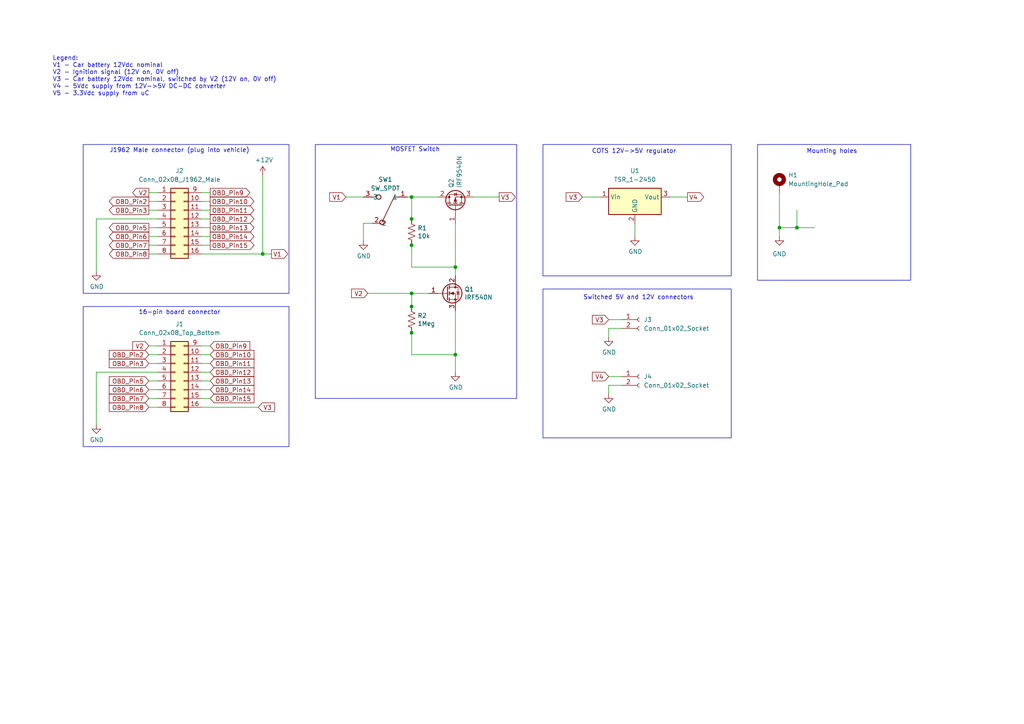
<source format=kicad_sch>
(kicad_sch (version 20231120) (generator "eeschema") (generator_version "8.0")
  (paper "A4")
  (lib_symbols
    (symbol "Connector:Conn_01x02_Socket" (pin_names (offset 1.016) hide)
      (property "Reference" "J" (at 0 2.54 0))
      (property "Value" "Conn_01x02_Socket" (at 0 -5.08 0))
      (symbol "Conn_01x02_Socket_1_1"
        (arc (start 0 -2.032) (mid -0.5058 -2.54) (end 0 -3.048) (stroke (width 0.1524)))
        (polyline (pts (xy -1.27 -2.54) (xy -0.508 -2.54)) (stroke (width 0.1524)))
        (polyline (pts (xy -1.27 0) (xy -0.508 0)) (stroke (width 0.1524)))
        (arc (start 0 0.508) (mid -0.5058 0) (end 0 -0.508) (stroke (width 0.1524)))
        (pin passive line (at -5.08 0 0) (length 3.81) (name "Pin_1") (number "1"))
        (pin passive line (at -5.08 -2.54 0) (length 3.81) (name "Pin_2") (number "2"))
      )
    )
    (symbol "Connector_Generic:Conn_02x08_Top_Bottom" (pin_names (offset 1.016) hide)
      (property "Reference" "J" (at 1.27 10.16 0))
      (property "Value" "Conn_02x08_Top_Bottom" (at 1.27 -12.7 0))
      (symbol "Conn_02x08_Top_Bottom_1_1"
        (rectangle (start -1.27 -10.033) (end 0 -10.287) (stroke (width 0.1524)))
        (rectangle (start -1.27 -7.493) (end 0 -7.747) (stroke (width 0.1524)))
        (rectangle (start -1.27 -4.953) (end 0 -5.207) (stroke (width 0.1524)))
        (rectangle (start -1.27 -2.413) (end 0 -2.667) (stroke (width 0.1524)))
        (rectangle (start -1.27 0.127) (end 0 -0.127) (stroke (width 0.1524)))
        (rectangle (start -1.27 2.667) (end 0 2.413) (stroke (width 0.1524)))
        (rectangle (start -1.27 5.207) (end 0 4.953) (stroke (width 0.1524)))
        (rectangle (start -1.27 7.747) (end 0 7.493) (stroke (width 0.1524)))
        (rectangle (start -1.27 8.89) (end 3.81 -11.43) (stroke (width 0.254)) (fill (type background)))
        (rectangle (start 3.81 -10.033) (end 2.54 -10.287) (stroke (width 0.1524)))
        (rectangle (start 3.81 -7.493) (end 2.54 -7.747) (stroke (width 0.1524)))
        (rectangle (start 3.81 -4.953) (end 2.54 -5.207) (stroke (width 0.1524)))
        (rectangle (start 3.81 -2.413) (end 2.54 -2.667) (stroke (width 0.1524)))
        (rectangle (start 3.81 0.127) (end 2.54 -0.127) (stroke (width 0.1524)))
        (rectangle (start 3.81 2.667) (end 2.54 2.413) (stroke (width 0.1524)))
        (rectangle (start 3.81 5.207) (end 2.54 4.953) (stroke (width 0.1524)))
        (rectangle (start 3.81 7.747) (end 2.54 7.493) (stroke (width 0.1524)))
        (pin passive line (at -5.08 7.62 0) (length 3.81) (name "Pin_1") (number "1"))
        (pin passive line (at 7.62 5.08 180) (length 3.81) (name "Pin_10") (number "10"))
        (pin passive line (at 7.62 2.54 180) (length 3.81) (name "Pin_11") (number "11"))
        (pin passive line (at 7.62 0 180) (length 3.81) (name "Pin_12") (number "12"))
        (pin passive line (at 7.62 -2.54 180) (length 3.81) (name "Pin_13") (number "13"))
        (pin passive line (at 7.62 -5.08 180) (length 3.81) (name "Pin_14") (number "14"))
        (pin passive line (at 7.62 -7.62 180) (length 3.81) (name "Pin_15") (number "15"))
        (pin passive line (at 7.62 -10.16 180) (length 3.81) (name "Pin_16") (number "16"))
        (pin passive line (at -5.08 5.08 0) (length 3.81) (name "Pin_2") (number "2"))
        (pin passive line (at -5.08 2.54 0) (length 3.81) (name "Pin_3") (number "3"))
        (pin passive line (at -5.08 0 0) (length 3.81) (name "Pin_4") (number "4"))
        (pin passive line (at -5.08 -2.54 0) (length 3.81) (name "Pin_5") (number "5"))
        (pin passive line (at -5.08 -5.08 0) (length 3.81) (name "Pin_6") (number "6"))
        (pin passive line (at -5.08 -7.62 0) (length 3.81) (name "Pin_7") (number "7"))
        (pin passive line (at -5.08 -10.16 0) (length 3.81) (name "Pin_8") (number "8"))
        (pin passive line (at 7.62 7.62 180) (length 3.81) (name "Pin_9") (number "9"))
      )
    )
    (symbol "Device:R_US" (pin_numbers hide) (pin_names (offset 0))
      (property "Reference" "R" (at 2.54 0 90))
      (property "Value" "R_US" (at -2.54 0 90))
      (symbol "R_US_0_1"
        (polyline (pts (xy 0 -2.286) (xy 0 -2.54)))
        (polyline (pts (xy 0 2.286) (xy 0 2.54)))
        (polyline (pts (xy 0 -0.762) (xy 1.016 -1.143) (xy 0 -1.524) (xy -1.016 -1.905) (xy 0 -2.286)))
        (polyline (pts (xy 0 0.762) (xy 1.016 0.381) (xy 0 0) (xy -1.016 -0.381) (xy 0 -0.762)))
        (polyline (pts (xy 0 2.286) (xy 1.016 1.905) (xy 0 1.524) (xy -1.016 1.143) (xy 0 0.762)))
      )
      (symbol "R_US_1_1"
        (pin passive line (at 0 3.81 270) (length 1.27) (name "~") (number "1"))
        (pin passive line (at 0 -3.81 90) (length 1.27) (name "~") (number "2"))
      )
    )
    (symbol "J1962_conn:Conn_02x08_J1962_Male" (pin_names (offset 1.016) hide)
      (property "Reference" "J" (at 1.27 10.16 0))
      (property "Value" "Conn_02x08_J1962_Male" (at 1.27 -12.7 0))
      (symbol "Conn_02x08_J1962_Male_1_1"
        (rectangle (start -1.27 -10.033) (end 0 -10.287) (stroke (width 0.1524)))
        (rectangle (start -1.27 -7.493) (end 0 -7.747) (stroke (width 0.1524)))
        (rectangle (start -1.27 -4.953) (end 0 -5.207) (stroke (width 0.1524)))
        (rectangle (start -1.27 -2.413) (end 0 -2.667) (stroke (width 0.1524)))
        (rectangle (start -1.27 0.127) (end 0 -0.127) (stroke (width 0.1524)))
        (rectangle (start -1.27 2.667) (end 0 2.413) (stroke (width 0.1524)))
        (rectangle (start -1.27 5.207) (end 0 4.953) (stroke (width 0.1524)))
        (rectangle (start -1.27 7.747) (end 0 7.493) (stroke (width 0.1524)))
        (rectangle (start -1.27 8.89) (end 3.81 -11.43) (stroke (width 0.254)) (fill (type background)))
        (rectangle (start 3.81 -10.033) (end 2.54 -10.287) (stroke (width 0.1524)))
        (rectangle (start 3.81 -7.493) (end 2.54 -7.747) (stroke (width 0.1524)))
        (rectangle (start 3.81 -4.953) (end 2.54 -5.207) (stroke (width 0.1524)))
        (rectangle (start 3.81 -2.413) (end 2.54 -2.667) (stroke (width 0.1524)))
        (rectangle (start 3.81 0.127) (end 2.54 -0.127) (stroke (width 0.1524)))
        (rectangle (start 3.81 2.667) (end 2.54 2.413) (stroke (width 0.1524)))
        (rectangle (start 3.81 5.207) (end 2.54 4.953) (stroke (width 0.1524)))
        (rectangle (start 3.81 7.747) (end 2.54 7.493) (stroke (width 0.1524)))
        (pin passive line (at -5.08 7.62 0) (length 3.81) (name "Pin_1") (number "1"))
        (pin passive line (at 7.62 5.08 180) (length 3.81) (name "Pin_10") (number "10"))
        (pin passive line (at 7.62 2.54 180) (length 3.81) (name "Pin_11") (number "11"))
        (pin passive line (at 7.62 0 180) (length 3.81) (name "Pin_12") (number "12"))
        (pin passive line (at 7.62 -2.54 180) (length 3.81) (name "Pin_13") (number "13"))
        (pin passive line (at 7.62 -5.08 180) (length 3.81) (name "Pin_14") (number "14"))
        (pin passive line (at 7.62 -7.62 180) (length 3.81) (name "Pin_15") (number "15"))
        (pin passive line (at 7.62 -10.16 180) (length 3.81) (name "Pin_16") (number "16"))
        (pin passive line (at -5.08 5.08 0) (length 3.81) (name "Pin_2") (number "2"))
        (pin passive line (at -5.08 2.54 0) (length 3.81) (name "Pin_3") (number "3"))
        (pin passive line (at -5.08 0 0) (length 3.81) (name "Pin_4") (number "4"))
        (pin passive line (at -5.08 -2.54 0) (length 3.81) (name "Pin_5") (number "5"))
        (pin passive line (at -5.08 -5.08 0) (length 3.81) (name "Pin_6") (number "6"))
        (pin passive line (at -5.08 -7.62 0) (length 3.81) (name "Pin_7") (number "7"))
        (pin passive line (at -5.08 -10.16 0) (length 3.81) (name "Pin_8") (number "8"))
        (pin passive line (at 7.62 7.62 180) (length 3.81) (name "Pin_9") (number "9"))
      )
    )
    (symbol "Main-board-rescue:+12V-power" (power) (pin_names (offset 0))
      (property "Value" "power_+12V" (at 0 3.556 0))
      (symbol "+12V-power_0_1"
        (polyline (pts (xy -0.762 1.27) (xy 0 2.54)))
        (polyline (pts (xy 0 0) (xy 0 2.54)))
        (polyline (pts (xy 0 2.54) (xy 0.762 1.27)))
      )
      (symbol "+12V-power_1_1"
        (pin power_in line (at 0 0 90) (length 0) hide (name "+12V") (number "1"))
      )
    )
    (symbol "Main-board-rescue:GND-power" (power) (pin_names (offset 0))
      (property "Value" "power_GND" (at 0 -3.81 0))
      (symbol "GND-power_0_1"
        (polyline (pts (xy 0 0) (xy 0 -1.27) (xy 1.27 -1.27) (xy 0 -2.54) (xy -1.27 -1.27) (xy 0 -1.27)))
      )
      (symbol "GND-power_1_1"
        (pin power_in line (at 0 0 270) (length 0) hide (name "GND") (number "1"))
      )
    )
    (symbol "Mechanical:MountingHole_Pad" (pin_numbers hide) (pin_names (offset 1.016) hide) (exclude_from_sim yes) (in_bom no)
      (property "Reference" "H" (at 0 6.35 0))
      (property "Value" "MountingHole_Pad" (at 0 4.445 0))
      (symbol "MountingHole_Pad_0_1"
        (circle (center 0 1.27) (radius 1.27) (stroke (width 1.27)))
      )
      (symbol "MountingHole_Pad_1_1"
        (pin input line (at 0 -2.54 90) (length 2.54) (name "1") (number "1"))
      )
    )
    (symbol "Regulator_Switching:TSR_1-2450"
      (property "Reference" "U" (at -7.62 6.35 0))
      (property "Value" "TSR_1-2450" (at -1.27 6.35 0))
      (symbol "TSR_1-2450_0_1"
        (rectangle (start -7.62 5.08) (end 7.62 -2.54) (stroke (width 0.254)) (fill (type background)))
      )
      (symbol "TSR_1-2450_1_1"
        (pin power_in line (at -10.16 2.54 0) (length 2.54) (name "Vin") (number "1"))
        (pin power_in line (at 0 -5.08 90) (length 2.54) (name "GND") (number "2"))
        (pin power_out line (at 10.16 2.54 180) (length 2.54) (name "Vout") (number "3"))
      )
    )
    (symbol "Switch:EG1218" (pin_names (offset 0.254))
      (property "Reference" "SW" (at 7.62 15.24 0))
      (property "Value" "EG1218" (at 0 0 0))
      (symbol "EG1218_0_1"
        (polyline (pts (xy 2.54 0) (xy 3.81 0)) (stroke (width 0.2032)))
        (polyline (pts (xy 7.3251 7.3251) (xy 3.81 0)) (stroke (width 0.2032)))
        (polyline (pts (xy 10.16 0) (xy 8.89 0)) (stroke (width 0.2032)))
        (circle (center 7.3251 7.3251) (radius 0.635) (stroke (width 0.254)))
        (circle (center 8.255 0) (radius 0.635) (stroke (width 0.254)))
        (pin unspecified line (at 0 0 0) (length 2.54) (name "1") (number "1"))
        (pin unspecified line (at 10.16 7.62 180) (length 2.54) (name "2") (number "2"))
        (pin unspecified line (at 12.7 0 180) (length 2.54) (name "3") (number "3"))
      )
    )
    (symbol "Transistor_FET:IRF540N" (pin_names hide)
      (property "Reference" "Q" (at 5.08 1.905 0))
      (property "Value" "IRF540N" (at 5.08 0 0))
      (symbol "IRF540N_0_1"
        (polyline (pts (xy 0.254 0) (xy -2.54 0)))
        (polyline (pts (xy 0.254 1.905) (xy 0.254 -1.905)) (stroke (width 0.254)))
        (polyline (pts (xy 0.762 -1.27) (xy 0.762 -2.286)) (stroke (width 0.254)))
        (polyline (pts (xy 0.762 0.508) (xy 0.762 -0.508)) (stroke (width 0.254)))
        (polyline (pts (xy 0.762 2.286) (xy 0.762 1.27)) (stroke (width 0.254)))
        (polyline (pts (xy 2.54 2.54) (xy 2.54 1.778)))
        (polyline (pts (xy 2.54 -2.54) (xy 2.54 0) (xy 0.762 0)))
        (polyline (pts (xy 0.762 -1.778) (xy 3.302 -1.778) (xy 3.302 1.778) (xy 0.762 1.778)))
        (polyline (pts (xy 1.016 0) (xy 2.032 0.381) (xy 2.032 -0.381) (xy 1.016 0)) (fill (type outline)))
        (polyline (pts (xy 2.794 0.508) (xy 2.921 0.381) (xy 3.683 0.381) (xy 3.81 0.254)))
        (polyline (pts (xy 3.302 0.381) (xy 2.921 -0.254) (xy 3.683 -0.254) (xy 3.302 0.381)))
        (circle (center 1.651 0) (radius 2.794) (stroke (width 0.254)))
        (circle (center 2.54 -1.778) (radius 0.254) (fill (type outline)))
        (circle (center 2.54 1.778) (radius 0.254) (fill (type outline)))
      )
      (symbol "IRF540N_1_1"
        (pin input line (at -5.08 0 0) (length 2.54) (name "G") (number "1"))
        (pin passive line (at 2.54 5.08 270) (length 2.54) (name "D") (number "2"))
        (pin passive line (at 2.54 -5.08 90) (length 2.54) (name "S") (number "3"))
      )
    )
    (symbol "Transistor_FET:IRF9540N" (pin_names hide)
      (property "Reference" "Q" (at 5.08 1.905 0))
      (property "Value" "IRF9540N" (at 5.08 0 0))
      (symbol "IRF9540N_0_1"
        (polyline (pts (xy 0.254 0) (xy -2.54 0)))
        (polyline (pts (xy 0.254 1.905) (xy 0.254 -1.905)) (stroke (width 0.254)))
        (polyline (pts (xy 0.762 -1.27) (xy 0.762 -2.286)) (stroke (width 0.254)))
        (polyline (pts (xy 0.762 0.508) (xy 0.762 -0.508)) (stroke (width 0.254)))
        (polyline (pts (xy 0.762 2.286) (xy 0.762 1.27)) (stroke (width 0.254)))
        (polyline (pts (xy 2.54 2.54) (xy 2.54 1.778)))
        (polyline (pts (xy 2.54 -2.54) (xy 2.54 0) (xy 0.762 0)))
        (polyline (pts (xy 0.762 1.778) (xy 3.302 1.778) (xy 3.302 -1.778) (xy 0.762 -1.778)))
        (polyline (pts (xy 2.286 0) (xy 1.27 0.381) (xy 1.27 -0.381) (xy 2.286 0)) (fill (type outline)))
        (polyline (pts (xy 2.794 -0.508) (xy 2.921 -0.381) (xy 3.683 -0.381) (xy 3.81 -0.254)))
        (polyline (pts (xy 3.302 -0.381) (xy 2.921 0.254) (xy 3.683 0.254) (xy 3.302 -0.381)))
        (circle (center 1.651 0) (radius 2.794) (stroke (width 0.254)))
        (circle (center 2.54 -1.778) (radius 0.254) (fill (type outline)))
        (circle (center 2.54 1.778) (radius 0.254) (fill (type outline)))
      )
      (symbol "IRF9540N_1_1"
        (pin input line (at -5.08 0 0) (length 2.54) (name "G") (number "1"))
        (pin passive line (at 2.54 5.08 270) (length 2.54) (name "D") (number "2"))
        (pin passive line (at 2.54 -5.08 90) (length 2.54) (name "S") (number "3"))
      )
    )
    (symbol "power:GND" (power) (pin_numbers hide) (pin_names (offset 0) hide)
      (property "Value" "GND" (at 0 -3.81 0))
      (symbol "GND_0_1"
        (polyline (pts (xy 0 0) (xy 0 -1.27) (xy 1.27 -1.27) (xy 0 -2.54) (xy -1.27 -1.27) (xy 0 -1.27)))
      )
      (symbol "GND_1_1"
        (pin power_in line (at 0 0 270) (length 0) (name "~") (number "1"))
      )
    )
  )
  (junction (at 231.14 66.04))
  (junction (at 119.38 57.15))
  (junction (at 119.38 63.5))
  (junction (at 119.38 96.52))
  (junction (at 119.38 71.12))
  (junction (at 119.38 88.9))
  (junction (at 76.2 73.66))
  (junction (at 119.38 85.09))
  (junction (at 132.08 102.87))
  (junction (at 226.06 66.04))
  (junction (at 132.08 77.47))
  (wire (pts (xy 119.38 95.25) (xy 119.38 96.52)))
  (wire (pts (xy 176.53 111.76) (xy 180.34 111.76)))
  (wire (pts (xy 176.53 95.25) (xy 180.34 95.25)))
  (wire (pts (xy 76.2 50.8) (xy 76.2 73.66)))
  (wire (pts (xy 176.53 114.3) (xy 176.53 111.76)))
  (wire (pts (xy 236.22 66.04) (xy 231.14 66.04)))
  (wire (pts (xy 60.96 107.95) (xy 58.42 107.95)))
  (wire (pts (xy 119.38 85.09) (xy 119.38 88.9)))
  (wire (pts (xy 60.96 71.12) (xy 58.42 71.12)))
  (wire (pts (xy 127 57.15) (xy 119.38 57.15)))
  (wire (pts (xy 58.42 73.66) (xy 76.2 73.66)))
  (wire (pts (xy 27.94 107.95) (xy 45.72 107.95)))
  (wire (pts (xy 60.96 58.42) (xy 58.42 58.42)))
  (wire (pts (xy 60.96 105.41) (xy 58.42 105.41)))
  (wire (pts (xy 119.38 57.15) (xy 118.11 57.15)))
  (wire (pts (xy 27.94 63.5) (xy 27.94 78.74)))
  (wire (pts (xy 119.38 57.15) (xy 119.38 63.5)))
  (wire (pts (xy 194.31 57.15) (xy 199.39 57.15)))
  (wire (pts (xy 119.38 96.52) (xy 119.38 102.87)))
  (wire (pts (xy 45.72 55.88) (xy 43.18 55.88)))
  (wire (pts (xy 119.38 69.85) (xy 119.38 71.12)))
  (wire (pts (xy 45.72 73.66) (xy 43.18 73.66)))
  (wire (pts (xy 60.96 66.04) (xy 58.42 66.04)))
  (wire (pts (xy 58.42 115.57) (xy 60.96 115.57)))
  (wire (pts (xy 43.18 102.87) (xy 45.72 102.87)))
  (wire (pts (xy 45.72 68.58) (xy 43.18 68.58)))
  (wire (pts (xy 119.38 85.09) (xy 124.46 85.09)))
  (wire (pts (xy 45.72 60.96) (xy 43.18 60.96)))
  (wire (pts (xy 27.94 107.95) (xy 27.94 123.19)))
  (wire (pts (xy 76.2 73.66) (xy 78.74 73.66)))
  (wire (pts (xy 132.08 77.47) (xy 132.08 64.77)))
  (wire (pts (xy 27.94 63.5) (xy 45.72 63.5)))
  (wire (pts (xy 119.38 71.12) (xy 119.38 77.47)))
  (wire (pts (xy 119.38 85.09) (xy 106.68 85.09)))
  (wire (pts (xy 43.18 105.41) (xy 45.72 105.41)))
  (wire (pts (xy 119.38 63.5) (xy 119.38 64.77)))
  (wire (pts (xy 60.96 113.03) (xy 58.42 113.03)))
  (wire (pts (xy 60.96 55.88) (xy 58.42 55.88)))
  (wire (pts (xy 231.14 66.04) (xy 226.06 66.04)))
  (wire (pts (xy 45.72 58.42) (xy 43.18 58.42)))
  (wire (pts (xy 132.08 77.47) (xy 132.08 80.01)))
  (wire (pts (xy 45.72 71.12) (xy 43.18 71.12)))
  (wire (pts (xy 176.53 97.79) (xy 176.53 95.25)))
  (wire (pts (xy 105.41 64.77) (xy 107.95 64.77)))
  (wire (pts (xy 43.18 113.03) (xy 45.72 113.03)))
  (wire (pts (xy 119.38 102.87) (xy 132.08 102.87)))
  (wire (pts (xy 119.38 88.9) (xy 119.38 90.17)))
  (wire (pts (xy 43.18 110.49) (xy 45.72 110.49)))
  (wire (pts (xy 45.72 66.04) (xy 43.18 66.04)))
  (wire (pts (xy 43.18 115.57) (xy 45.72 115.57)))
  (wire (pts (xy 144.78 57.15) (xy 137.16 57.15)))
  (wire (pts (xy 43.18 118.11) (xy 45.72 118.11)))
  (wire (pts (xy 119.38 77.47) (xy 132.08 77.47)))
  (wire (pts (xy 226.06 66.04) (xy 226.06 55.88)))
  (wire (pts (xy 132.08 90.17) (xy 132.08 102.87)))
  (wire (pts (xy 60.96 63.5) (xy 58.42 63.5)))
  (wire (pts (xy 60.96 68.58) (xy 58.42 68.58)))
  (wire (pts (xy 184.15 64.77) (xy 184.15 68.58)))
  (wire (pts (xy 100.33 57.15) (xy 105.41 57.15)))
  (wire (pts (xy 226.06 66.04) (xy 226.06 68.58)))
  (wire (pts (xy 176.53 109.22) (xy 180.34 109.22)))
  (wire (pts (xy 58.42 118.11) (xy 74.93 118.11)))
  (wire (pts (xy 60.96 60.96) (xy 58.42 60.96)))
  (wire (pts (xy 60.96 102.87) (xy 58.42 102.87)))
  (wire (pts (xy 176.53 92.71) (xy 180.34 92.71)))
  (wire (pts (xy 60.96 110.49) (xy 58.42 110.49)))
  (wire (pts (xy 43.18 100.33) (xy 45.72 100.33)))
  (wire (pts (xy 168.91 57.15) (xy 173.99 57.15)))
  (wire (pts (xy 60.96 100.33) (xy 58.42 100.33)))
  (wire (pts (xy 132.08 102.87) (xy 132.08 107.95)))
  (wire (pts (xy 231.14 66.04) (xy 231.14 60.96)))
  (wire (pts (xy 105.41 64.77) (xy 105.41 69.85)))
  (rectangle (start 219.71 41.91) (end 264.16 81.28))
  (rectangle (start 24.13 41.91) (end 83.82 85.09))
  (rectangle (start 157.48 83.82) (end 212.09 127))
  (rectangle (start 91.44 41.91) (end 149.86 115.57))
  (rectangle (start 157.48 41.91) (end 212.09 80.01))
  (rectangle (start 24.13 88.9) (end 83.82 129.54))
  (text "COTS 12V->5V regulator" (at 183.896 43.942 0) (effects (font (size 1.27 1.27))))
  (text "MOSFET Switch" (at 120.396 43.434 0) (effects (font (size 1.27 1.27))))
  (text "Switched 5V and 12V connectors" (at 185.166 86.36 0) (effects (font (size 1.27 1.27))))
  (text "J1962 Male connector (plug into vehicle)" (at 52.07 43.688 0) (effects (font (size 1.27 1.27))))
  (text "Legend:\nV1 - Car battery 12Vdc nominal\nV2 - Ignition signal (12V on, 0V off)\nV3 - Car battery 12Vdc nominal, switched by V2 (12V on, 0V off)\nV4 - 5Vdc supply from 12V->5V DC-DC converter\nV5 - 3.3Vdc supply from uC" (at 15.24 27.94 0) (effects (font (size 1.27 1.27)) (justify left bottom)))
  (text "Mounting holes" (at 241.3 43.942 0) (effects (font (size 1.27 1.27))))
  (text "16-pin board connector" (at 52.07 90.678 0) (effects (font (size 1.27 1.27))))
  (global_label "V2" (shape input) (at 106.68 85.09 180) (property "Intersheetrefs" "${INTERSHEET_REFS}" (effects (hide yes))))
  (global_label "OBD_Pin2" (shape output) (at 43.18 58.42 180) (property "Intersheetrefs" "${INTERSHEET_REFS}" (effects (hide yes))))
  (global_label "V3" (shape input) (at 168.91 57.15 180) (property "Intersheetrefs" "${INTERSHEET_REFS}" (effects (hide yes))))
  (global_label "OBD_Pin12" (shape output) (at 60.96 63.5 0) (property "Intersheetrefs" "${INTERSHEET_REFS}" (effects (hide yes))))
  (global_label "V3" (shape output) (at 144.78 57.15 0) (property "Intersheetrefs" "${INTERSHEET_REFS}" (effects (hide yes))))
  (global_label "V4" (shape input) (at 176.53 109.22 180) (property "Intersheetrefs" "${INTERSHEET_REFS}" (effects (hide yes))))
  (global_label "V4" (shape output) (at 199.39 57.15 0) (property "Intersheetrefs" "${INTERSHEET_REFS}" (effects (hide yes))))
  (global_label "V1" (shape output) (at 78.74 73.66 0) (property "Intersheetrefs" "${INTERSHEET_REFS}" (effects (hide yes))))
  (global_label "OBD_Pin14" (shape output) (at 60.96 68.58 0) (property "Intersheetrefs" "${INTERSHEET_REFS}" (effects (hide yes))))
  (global_label "OBD_Pin6" (shape input) (at 43.18 113.03 180) (property "Intersheetrefs" "${INTERSHEET_REFS}" (effects (hide yes))))
  (global_label "V3" (shape input) (at 74.93 118.11 0) (property "Intersheetrefs" "${INTERSHEET_REFS}" (effects (hide yes))))
  (global_label "OBD_Pin9" (shape output) (at 60.96 55.88 0) (property "Intersheetrefs" "${INTERSHEET_REFS}" (effects (hide yes))))
  (global_label "OBD_Pin13" (shape input) (at 60.96 110.49 0) (property "Intersheetrefs" "${INTERSHEET_REFS}" (effects (hide yes))))
  (global_label "OBD_Pin3" (shape output) (at 43.18 60.96 180) (property "Intersheetrefs" "${INTERSHEET_REFS}" (effects (hide yes))))
  (global_label "OBD_Pin13" (shape output) (at 60.96 66.04 0) (property "Intersheetrefs" "${INTERSHEET_REFS}" (effects (hide yes))))
  (global_label "OBD_Pin12" (shape input) (at 60.96 107.95 0) (property "Intersheetrefs" "${INTERSHEET_REFS}" (effects (hide yes))))
  (global_label "OBD_Pin15" (shape output) (at 60.96 71.12 0) (property "Intersheetrefs" "${INTERSHEET_REFS}" (effects (hide yes))))
  (global_label "OBD_Pin10" (shape output) (at 60.96 58.42 0) (property "Intersheetrefs" "${INTERSHEET_REFS}" (effects (hide yes))))
  (global_label "OBD_Pin9" (shape input) (at 60.96 100.33 0) (property "Intersheetrefs" "${INTERSHEET_REFS}" (effects (hide yes))))
  (global_label "V1" (shape input) (at 100.33 57.15 180) (property "Intersheetrefs" "${INTERSHEET_REFS}" (effects (hide yes))))
  (global_label "OBD_Pin15" (shape input) (at 60.96 115.57 0) (property "Intersheetrefs" "${INTERSHEET_REFS}" (effects (hide yes))))
  (global_label "OBD_Pin14" (shape input) (at 60.96 113.03 0) (property "Intersheetrefs" "${INTERSHEET_REFS}" (effects (hide yes))))
  (global_label "OBD_Pin7" (shape output) (at 43.18 71.12 180) (property "Intersheetrefs" "${INTERSHEET_REFS}" (effects (hide yes))))
  (global_label "OBD_Pin7" (shape input) (at 43.18 115.57 180) (property "Intersheetrefs" "${INTERSHEET_REFS}" (effects (hide yes))))
  (global_label "OBD_Pin8" (shape output) (at 43.18 73.66 180) (property "Intersheetrefs" "${INTERSHEET_REFS}" (effects (hide yes))))
  (global_label "V2" (shape input) (at 43.18 100.33 180) (property "Intersheetrefs" "${INTERSHEET_REFS}" (effects (hide yes))))
  (global_label "OBD_Pin10" (shape input) (at 60.96 102.87 0) (property "Intersheetrefs" "${INTERSHEET_REFS}" (effects (hide yes))))
  (global_label "OBD_Pin5" (shape input) (at 43.18 110.49 180) (property "Intersheetrefs" "${INTERSHEET_REFS}" (effects (hide yes))))
  (global_label "OBD_Pin2" (shape input) (at 43.18 102.87 180) (property "Intersheetrefs" "${INTERSHEET_REFS}" (effects (hide yes))))
  (global_label "OBD_Pin6" (shape output) (at 43.18 68.58 180) (property "Intersheetrefs" "${INTERSHEET_REFS}" (effects (hide yes))))
  (global_label "OBD_Pin8" (shape input) (at 43.18 118.11 180) (property "Intersheetrefs" "${INTERSHEET_REFS}" (effects (hide yes))))
  (global_label "OBD_Pin11" (shape input) (at 60.96 105.41 0) (property "Intersheetrefs" "${INTERSHEET_REFS}" (effects (hide yes))))
  (global_label "V3" (shape input) (at 176.53 92.71 180) (property "Intersheetrefs" "${INTERSHEET_REFS}" (effects (hide yes))))
  (global_label "V2" (shape output) (at 43.18 55.88 180) (property "Intersheetrefs" "${INTERSHEET_REFS}" (effects (hide yes))))
  (global_label "OBD_Pin3" (shape input) (at 43.18 105.41 180) (property "Intersheetrefs" "${INTERSHEET_REFS}" (effects (hide yes))))
  (global_label "OBD_Pin11" (shape output) (at 60.96 60.96 0) (property "Intersheetrefs" "${INTERSHEET_REFS}" (effects (hide yes))))
  (global_label "OBD_Pin5" (shape output) (at 43.18 66.04 180) (property "Intersheetrefs" "${INTERSHEET_REFS}" (effects (hide yes))))
  (symbol (lib_id "Transistor_FET:IRF540N") (at 129.54 85.09 0) (unit 1)
    (property "Reference" "Q1" (at 134.7216 83.9216 0) (effects (justify left)))
    (property "Value" "IRF540N" (at 134.7216 86.233 0) (effects (justify left)))
    (property "Footprint" "Package_TO_SOT_THT:TO-220-3_Vertical" (effects (hide yes)))
    (property "Datasheet" "http://www.irf.com/product-info/datasheets/data/irf540n.pdf" (effects (hide yes)))
  )
  (symbol (lib_id "Transistor_FET:IRF9540N") (at 132.08 59.69 90) (unit 1)
    (property "Reference" "Q2" (at 130.9116 54.5084 0) (effects (justify left)))
    (property "Value" "IRF9540N" (at 133.223 54.5084 0) (effects (justify left)))
    (property "Footprint" "Package_TO_SOT_THT:TO-220-3_Vertical" (effects (hide yes)))
    (property "Datasheet" "http://www.irf.com/product-info/datasheets/data/irf9540n.pdf" (effects (hide yes)))
  )
  (symbol (lib_id "Device:R_US") (at 119.38 67.31 180) (unit 1)
    (property "Reference" "R1" (at 121.1072 66.1416 0) (effects (justify right)))
    (property "Value" "10k" (at 121.1072 68.453 0) (effects (justify right)))
    (property "Footprint" "Resistor_THT:R_Axial_DIN0207_L6.3mm_D2.5mm_P10.16mm_Horizontal" (effects (hide yes)))
  )
  (symbol (lib_id "Device:R_US") (at 119.38 92.71 180) (unit 1)
    (property "Reference" "R2" (at 121.1072 91.5416 0) (effects (justify right)))
    (property "Value" "1Meg" (at 121.1072 93.853 0) (effects (justify right)))
    (property "Footprint" "Resistor_THT:R_Axial_DIN0207_L6.3mm_D2.5mm_P10.16mm_Horizontal" (effects (hide yes)))
  )
  (symbol (lib_id "Main-board-rescue:GND-power") (at 132.08 107.95 0) (unit 1)
    (property "Reference" "#PWR04" (effects (hide yes)))
    (property "Value" "GND" (at 132.207 112.3442 0))
  )
  (symbol (lib_id "Main-board-rescue:+12V-power") (at 76.2 50.8 0) (unit 1)
    (property "Reference" "#PWR03" (effects (hide yes)))
    (property "Value" "+12V" (at 76.581 46.4058 0))
  )
  (symbol (lib_id "Main-board-rescue:GND-power") (at 27.94 78.74 0) (unit 1)
    (property "Reference" "#PWR02" (effects (hide yes)))
    (property "Value" "GND" (at 28.067 83.1342 0))
  )
  (symbol (lib_id "J1962_conn:Conn_02x08_J1962_Male") (at 50.8 63.5 0) (unit 1)
    (property "Reference" "J2" (at 52.07 49.53 0))
    (property "Value" "Conn_02x08_J1962_Male" (at 52.07 52.07 0))
    (property "Footprint" "OBD_connectors:OBD-II_Male_Connector_Renumbered" (effects (hide yes)))
    (property "Description" "Generic connector, double row, 02x08, top/bottom pin numbering scheme (row 1: 1...pins_per_row, row2: pins_per_row+1 ... num_pins), script generated (kicad-library-utils/schlib/autogen/connector/)" (effects (hide yes)))
  )
  (symbol (lib_id "Switch:EG1218") (at 118.11 57.15 180) (unit 1)
    (property "Reference" "SW1" (at 111.76 52.07 0))
    (property "Value" "SW_SPDT" (at 111.76 54.61 0))
    (property "Footprint" "Button_Switch_THT:SW_1218_EWI" (effects (hide yes)))
    (property "Datasheet" "EG1218" (effects (hide yes)))
    (property "Description" "Switch, single pole double throw" (effects (hide yes)))
  )
  (symbol (lib_id "Regulator_Switching:TSR_1-2450") (at 184.15 59.69 0) (unit 1)
    (property "Reference" "U1" (at 184.15 49.53 0))
    (property "Value" "TSR_1-2450" (at 184.15 52.07 0))
    (property "Footprint" "Converter_DCDC:Converter_DCDC_TRACO_TSR-1_THT" (effects (hide yes)))
    (property "Datasheet" "http://www.tracopower.com/products/tsr1.pdf" (effects (hide yes)))
    (property "Description" "1A step-down regulator module, fixed 5V output voltage, 5-36V input voltage, -40°C to +85°C temperature range, TO-220 compatible LM78xx replacement" (effects (hide yes)))
  )
  (symbol (lib_id "Connector_Generic:Conn_02x08_Top_Bottom") (at 50.8 107.95 0) (unit 1)
    (property "Reference" "J1" (at 52.07 93.98 0))
    (property "Value" "Conn_02x08_Top_Bottom" (at 52.07 96.52 0))
    (property "Footprint" "Connector_Molex:CONN16_5016451620_MOL_Renumbered" (effects (hide yes)))
    (property "Description" "Generic connector, double row, 02x08, top/bottom pin numbering scheme (row 1: 1...pins_per_row, row2: pins_per_row+1 ... num_pins), script generated (kicad-library-utils/schlib/autogen/connector/)" (effects (hide yes)))
  )
  (symbol (lib_id "Main-board-rescue:GND-power") (at 176.53 114.3 0) (unit 1)
    (property "Reference" "#PWR07" (effects (hide yes)))
    (property "Value" "GND" (at 176.657 118.6942 0))
  )
  (symbol (lib_id "Connector:Conn_01x02_Socket") (at 185.42 92.71 0) (unit 1)
    (property "Reference" "J3" (at 186.69 92.7099 0) (effects (justify left)))
    (property "Value" "Conn_01x02_Socket" (at 186.69 95.2499 0) (effects (justify left)))
    (property "Footprint" "Connector_Molex:CONN02_2125280200_MOL" (effects (hide yes)))
    (property "Description" "Generic connector, single row, 01x02, script generated" (effects (hide yes)))
  )
  (symbol (lib_id "Main-board-rescue:GND-power") (at 176.53 97.79 0) (unit 1)
    (property "Reference" "#PWR06" (effects (hide yes)))
    (property "Value" "GND" (at 176.657 102.1842 0))
  )
  (symbol (lib_id "Connector:Conn_01x02_Socket") (at 185.42 109.22 0) (unit 1)
    (property "Reference" "J4" (at 186.69 109.2199 0) (effects (justify left)))
    (property "Value" "Conn_01x02_Socket" (at 186.69 111.7599 0) (effects (justify left)))
    (property "Footprint" "Connector_Molex:CONN02_2125280200_MOL" (effects (hide yes)))
    (property "Description" "Generic connector, single row, 01x02, script generated" (effects (hide yes)))
  )
  (symbol (lib_id "Mechanical:MountingHole_Pad") (at 226.06 53.34 0) (unit 1) (exclude_from_sim yes) (in_bom no)
    (property "Reference" "H1" (at 228.6 50.7999 0) (effects (justify left)))
    (property "Value" "MountingHole_Pad" (at 228.6 53.3399 0) (effects (justify left)))
    (property "Footprint" "MountingHole:MountingHole_3.2mm_M3_Pad" (effects (hide yes)))
    (property "Description" "Mounting Hole with connection" (effects (hide yes)))
  )
  (symbol (lib_id "Main-board-rescue:GND-power") (at 27.94 123.19 0) (unit 1)
    (property "Reference" "#PWR01" (effects (hide yes)))
    (property "Value" "GND" (at 28.067 127.5842 0))
  )
  (symbol (lib_id "Main-board-rescue:GND-power") (at 105.41 69.85 0) (unit 1)
    (property "Reference" "#PWR09" (effects (hide yes)))
    (property "Value" "GND" (at 105.537 74.2442 0))
  )
  (symbol (lib_id "Main-board-rescue:GND-power") (at 184.15 68.58 0) (unit 1)
    (property "Reference" "#PWR05" (effects (hide yes)))
    (property "Value" "GND" (at 184.277 72.9742 0))
  )
  (symbol (lib_id "power:GND") (at 226.06 68.58 0) (unit 1)
    (property "Reference" "#PWR08" (effects (hide yes)))
    (property "Value" "GND" (at 226.06 73.66 0))
    (property "Description" "Power symbol creates a global label with name \"GND\" , ground" (effects (hide yes)))
  )
)
</source>
